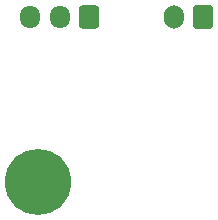
<source format=gbr>
%TF.GenerationSoftware,KiCad,Pcbnew,7.0.7-7.0.7~ubuntu22.04.1*%
%TF.CreationDate,2024-11-14T09:30:22+02:00*%
%TF.ProjectId,EncoderInterface,456e636f-6465-4724-996e-746572666163,rev?*%
%TF.SameCoordinates,PX7e46bbcPY55e586c*%
%TF.FileFunction,Soldermask,Top*%
%TF.FilePolarity,Negative*%
%FSLAX46Y46*%
G04 Gerber Fmt 4.6, Leading zero omitted, Abs format (unit mm)*
G04 Created by KiCad (PCBNEW 7.0.7-7.0.7~ubuntu22.04.1) date 2024-11-14 09:30:22*
%MOMM*%
%LPD*%
G01*
G04 APERTURE LIST*
G04 Aperture macros list*
%AMRoundRect*
0 Rectangle with rounded corners*
0 $1 Rounding radius*
0 $2 $3 $4 $5 $6 $7 $8 $9 X,Y pos of 4 corners*
0 Add a 4 corners polygon primitive as box body*
4,1,4,$2,$3,$4,$5,$6,$7,$8,$9,$2,$3,0*
0 Add four circle primitives for the rounded corners*
1,1,$1+$1,$2,$3*
1,1,$1+$1,$4,$5*
1,1,$1+$1,$6,$7*
1,1,$1+$1,$8,$9*
0 Add four rect primitives between the rounded corners*
20,1,$1+$1,$2,$3,$4,$5,0*
20,1,$1+$1,$4,$5,$6,$7,0*
20,1,$1+$1,$6,$7,$8,$9,0*
20,1,$1+$1,$8,$9,$2,$3,0*%
G04 Aperture macros list end*
%ADD10RoundRect,0.250000X0.600000X0.725000X-0.600000X0.725000X-0.600000X-0.725000X0.600000X-0.725000X0*%
%ADD11O,1.700000X1.950000*%
%ADD12RoundRect,0.250000X0.600000X0.750000X-0.600000X0.750000X-0.600000X-0.750000X0.600000X-0.750000X0*%
%ADD13O,1.700000X2.000000*%
%ADD14C,5.600000*%
G04 APERTURE END LIST*
D10*
%TO.C,J2*%
X8128000Y17526000D03*
D11*
X5628000Y17526000D03*
X3128000Y17526000D03*
%TD*%
D12*
%TO.C,J1*%
X17780000Y17526000D03*
D13*
X15280000Y17526000D03*
%TD*%
D14*
%TO.C,REF\u002A\u002A*%
X3810000Y3556000D03*
%TD*%
M02*

</source>
